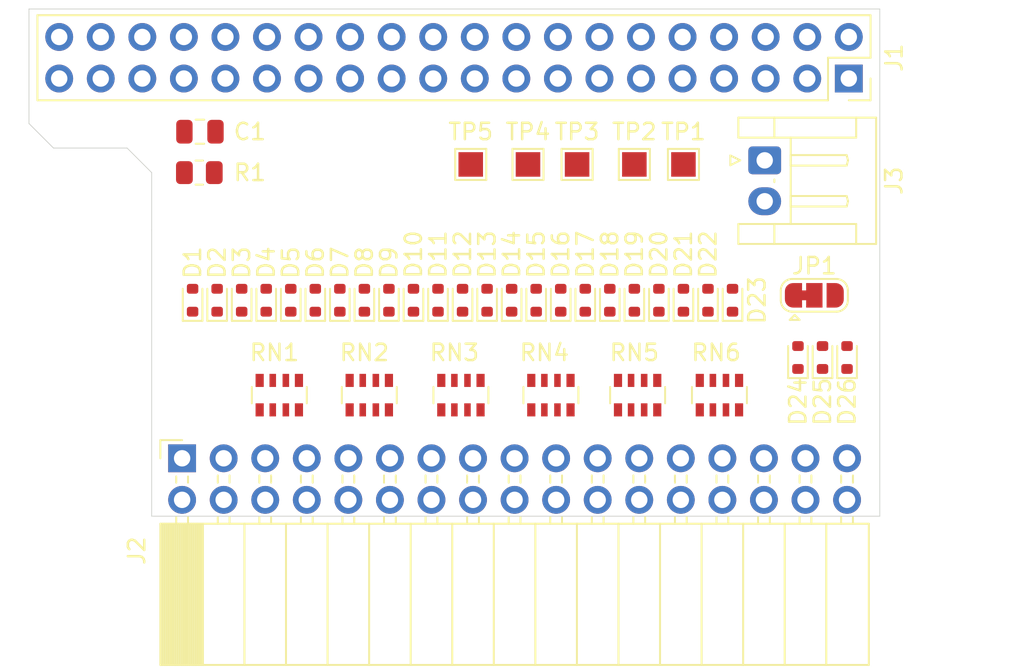
<source format=kicad_pcb>
(kicad_pcb (version 20240108) (generator "pcbnew") (generator_version "8.0")
  (layers (0 "F.Cu" signal) (31 "B.Cu" signal) (34 "B.Paste" user) (35 "F.Paste" user) (36 "B.SilkS" user "B.Silkscreen") (37 "F.SilkS" user "F.Silkscreen") (38 "B.Mask" user) (39 "F.Mask" user) (44 "Edge.Cuts" user))
  (net 0 "")
  (net 1 "GPIO_13")
  (net 2 "Net-(C1-Pad1)")
  (net 3 "Net-(D1-K)")
  (net 4 "GPIO_10")
  (net 5 "GPIO_27")
  (net 6 "GPIO_11")
  (net 7 "GPIO_12")
  (net 8 "GPIO_24")
  (net 9 "GPIO_25")
  (net 10 "GPIO_26")
  (net 11 "GPIO_2")
  (net 12 "GPIO_3")
  (net 13 "GPIO_4")
  (net 14 "GPIO_5")
  (net 15 "GPIO_6")
  (net 16 "GPIO_7")
  (net 17 "GPIO_8")
  (net 18 "GPIO_9")
  (net 19 "GPIO_16")
  (net 20 "GPIO_17")
  (net 21 "GPIO_18")
  (net 22 "GPIO_19")
  (net 23 "GPIO_20")
  (net 24 "GPIO_21")
  (net 25 "GPIO_22")
  (net 26 "GPIO_23")
  (net 27 "Net-(D24-A)")
  (net 28 "Net-(D24-K)")
  (net 29 "Net-(D25-K)")
  (net 30 "GND")
  (net 31 "+5V")
  (net 32 "ID_SC")
  (net 33 "+3V3")
  (net 34 "TxD")
  (net 35 "ID_SD")
  (net 36 "RxD")
  (net 37 "A3")
  (net 38 "D0")
  (net 39 "A0")
  (net 40 "A7")
  (net 41 "D1")
  (net 42 "~{PCFC}")
  (net 43 "D6")
  (net 44 "D4")
  (net 45 "R{slash}~{W}")
  (net 46 "~{NMI}")
  (net 47 "D7")
  (net 48 "~{IRQ}")
  (net 49 "D2")
  (net 50 "A1")
  (net 51 "A6")
  (net 52 "~{RST}")
  (net 53 "D5")
  (net 54 "A2")
  (net 55 "1MHz")
  (net 56 "Audio")
  (net 57 "A5")
  (net 58 "~{PCFD}")
  (net 59 "D3")
  (net 60 "A4")
  (net 61 "Net-(RN2-R4.2)")
  (footprint "Diode_SMD:D_SOD-523" (layer "F.Cu") (at 82 98.3 90)
    (property "Reference" "D4" (at 2.3 0 90) (layer "F.SilkS"))
    (property "Value" "1N4148WT")
    (pad "1" smd roundrect (at -0.7 0 270) (size 0.6 0.7) (layers "F.Cu" "F.Paste" "F.Mask") (net 3 "Net-(D1-K)"))
    (pad "2" smd roundrect (at 0.7 0 270) (size 0.6 0.7) (layers "F.Cu" "F.Paste" "F.Mask") (net 7 "GPIO_12"))
  )
  (footprint "Diode_SMD:D_SOD-523" (layer "F.Cu") (at 110.5 98.3 90)
    (property "Reference" "D23" (at 0 1.5 90) (layer "F.SilkS"))
    (property "Value" "1N4148WT")
    (pad "1" smd roundrect (at -0.7 0 270) (size 0.6 0.7) (layers "F.Cu" "F.Paste" "F.Mask") (net 3 "Net-(D1-K)"))
    (pad "2" smd roundrect (at 0.7 0 270) (size 0.6 0.7) (layers "F.Cu" "F.Paste" "F.Mask") (net 26 "GPIO_23"))
  )
  (footprint "Diode_SMD:D_SOD-523" (layer "F.Cu") (at 83.5 98.3 90)
    (property "Reference" "D5" (at 2.3 0 90) (layer "F.SilkS"))
    (property "Value" "1N4148WT")
    (pad "1" smd roundrect (at -0.7 0 270) (size 0.6 0.7) (layers "F.Cu" "F.Paste" "F.Mask") (net 3 "Net-(D1-K)"))
    (pad "2" smd roundrect (at 0.7 0 270) (size 0.6 0.7) (layers "F.Cu" "F.Paste" "F.Mask") (net 8 "GPIO_24"))
  )
  (footprint "Diode_SMD:D_SOD-523" (layer "F.Cu") (at 107.5 98.3 90)
    (property "Reference" "D21" (at 2.8 0 90) (layer "F.SilkS"))
    (property "Value" "1N4148WT")
    (pad "1" smd roundrect (at -0.7 0 270) (size 0.6 0.7) (layers "F.Cu" "F.Paste" "F.Mask") (net 3 "Net-(D1-K)"))
    (pad "2" smd roundrect (at 0.7 0 270) (size 0.6 0.7) (layers "F.Cu" "F.Paste" "F.Mask") (net 24 "GPIO_21"))
  )
  (footprint "Diode_SMD:D_SOD-523" (layer "F.Cu") (at 92.5 98.3 90)
    (property "Reference" "D11" (at 2.8 0 90) (layer "F.SilkS"))
    (property "Value" "1N4148WT")
    (pad "1" smd roundrect (at -0.7 0 270) (size 0.6 0.7) (layers "F.Cu" "F.Paste" "F.Mask") (net 3 "Net-(D1-K)"))
    (pad "2" smd roundrect (at 0.7 0 270) (size 0.6 0.7) (layers "F.Cu" "F.Paste" "F.Mask") (net 14 "GPIO_5"))
  )
  (footprint "Diode_SMD:D_SOD-523" (layer "F.Cu") (at 116 101.8 90)
    (property "Reference" "D25" (at -2.7 0 90) (layer "F.SilkS"))
    (property "Value" "1N4148WT")
    (pad "1" smd roundrect (at -0.7 0 270) (size 0.6 0.7) (layers "F.Cu" "F.Paste" "F.Mask") (net 29 "Net-(D25-K)"))
    (pad "2" smd roundrect (at 0.7 0 270) (size 0.6 0.7) (layers "F.Cu" "F.Paste" "F.Mask") (net 28 "Net-(D24-K)"))
  )
  (footprint "Diode_SMD:D_SOD-523" (layer "F.Cu") (at 100 98.3 90)
    (property "Reference" "D16" (at 2.8 0 90) (layer "F.SilkS"))
    (property "Value" "1N4148WT")
    (pad "1" smd roundrect (at -0.7 0 270) (size 0.6 0.7) (layers "F.Cu" "F.Paste" "F.Mask") (net 3 "Net-(D1-K)"))
    (pad "2" smd roundrect (at 0.7 0 270) (size 0.6 0.7) (layers "F.Cu" "F.Paste" "F.Mask") (net 19 "GPIO_16"))
  )
  (footprint "TestPoint:TestPoint_Pad_1.5x1.5mm" (layer "F.Cu") (at 98 90)
    (property "Reference" "TP4" (at 0 -2 0) (layer "F.SilkS"))
    (property "Value" "ID_SD")
    (pad "1" smd rect (at 0 0) (size 1.5 1.5) (layers "F.Cu" "F.Mask") (net 35 "ID_SD"))
  )
  (footprint "Diode_SMD:D_SOD-523" (layer "F.Cu") (at 101.5 98.3 90)
    (property "Reference" "D17" (at 2.8 0 90) (layer "F.SilkS"))
    (property "Value" "1N4148WT")
    (pad "1" smd roundrect (at -0.7 0 270) (size 0.6 0.7) (layers "F.Cu" "F.Paste" "F.Mask") (net 3 "Net-(D1-K)"))
    (pad "2" smd roundrect (at 0.7 0 270) (size 0.6 0.7) (layers "F.Cu" "F.Paste" "F.Mask") (net 20 "GPIO_17"))
  )
  (footprint "Diode_SMD:D_SOD-523" (layer "F.Cu") (at 94 98.3 90)
    (property "Reference" "D12" (at 2.8 0 90) (layer "F.SilkS"))
    (property "Value" "1N4148WT")
    (pad "1" smd roundrect (at -0.7 0 270) (size 0.6 0.7) (layers "F.Cu" "F.Paste" "F.Mask") (net 3 "Net-(D1-K)"))
    (pad "2" smd roundrect (at 0.7 0 270) (size 0.6 0.7) (layers "F.Cu" "F.Paste" "F.Mask") (net 15 "GPIO_6"))
  )
  (footprint "Capacitor_SMD:C_0805_2012Metric" (layer "F.Cu") (at 77.95 88 180)
    (property "Reference" "C1" (at -3.05 0 360) (layer "F.SilkS"))
    (property "Value" "100nF")
    (pad "1" smd roundrect (at -0.95 0 180) (size 1 1.45) (layers "F.Cu" "F.Paste" "F.Mask") (net 2 "Net-(C1-Pad1)"))
    (pad "2" smd roundrect (at 0.95 0 180) (size 1 1.45) (layers "F.Cu" "F.Paste" "F.Mask") (net 1 "GPIO_13"))
  )
  (footprint "Connector_PinSocket_2.54mm:PinSocket_2x17_P2.54mm_Horizontal" (layer "F.Cu") (at 76.86 107.96 90)
    (property "Reference" "J2" (at -5.65 -2.77 90) (layer "F.SilkS"))
    (property "Value" "1MHz Bus")
    (pad "1" thru_hole rect (at 0 0 90) (size 1.7 1.7) (drill 1) (layers "*.Cu" "*.Mask") (net 30 "GND"))
    (pad "2" thru_hole oval (at -2.54 0 90) (size 1.7 1.7) (drill 1) (layers "*.Cu" "*.Mask") (net 45 "R{slash}~{W}"))
    (pad "3" thru_hole oval (at 0 2.54 90) (size 1.7 1.7) (drill 1) (layers "*.Cu" "*.Mask") (net 30 "GND"))
    (pad "4" thru_hole oval (at -2.54 2.54 90) (size 1.7 1.7) (drill 1) (layers "*.Cu" "*.Mask") (net 55 "1MHz"))
    (pad "5" thru_hole oval (at 0 5.08 90) (size 1.7 1.7) (drill 1) (layers "*.Cu" "*.Mask") (net 30 "GND"))
    (pad "6" thru_hole oval (at -2.54 5.08 90) (size 1.7 1.7) (drill 1) (layers "*.Cu" "*.Mask") (net 46 "~{NMI}"))
    (pad "7" thru_hole oval (at 0 7.62 90) (size 1.7 1.7) (drill 1) (layers "*.Cu" "*.Mask") (net 30 "GND"))
    (pad "8" thru_hole oval (at -2.54 7.62 90) (size 1.7 1.7) (drill 1) (layers "*.Cu" "*.Mask") (net 48 "~{IRQ}"))
    (pad "9" thru_hole oval (at 0 10.16 90) (size 1.7 1.7) (drill 1) (layers "*.Cu" "*.Mask") (net 30 "GND"))
    (pad "10" thru_hole oval (at -2.54 10.16 90) (size 1.7 1.7) (drill 1) (layers "*.Cu" "*.Mask") (net 42 "~{PCFC}"))
    (pad "11" thru_hole oval (at 0 12.7 90) (size 1.7 1.7) (drill 1) (layers "*.Cu" "*.Mask") (net 30 "GND"))
    (pad "12" thru_hole oval (at -2.54 12.7 90) (size 1.7 1.7) (drill 1) (layers "*.Cu" "*.Mask") (net 58 "~{PCFD}"))
    (pad "13" thru_hole oval (at 0 15.24 90) (size 1.7 1.7) (drill 1) (layers "*.Cu" "*.Mask") (net 30 "GND"))
    (pad "14" thru_hole oval (at -2.54 15.24 90) (size 1.7 1.7) (drill 1) (layers "*.Cu" "*.Mask") (net 52 "~{RST}"))
    (pad "15" thru_hole oval (at 0 17.78 90) (size 1.7 1.7) (drill 1) (layers "*.Cu" "*.Mask") (net 30 "GND"))
    (pad "16" thru_hole oval (at -2.54 17.78 90) (size 1.7 1.7) (drill 1) (layers "*.Cu" "*.Mask") (net 56 "Audio"))
    (pad "17" thru_hole oval (at 0 20.32 90) (size 1.7 1.7) (drill 1) (layers "*.Cu" "*.Mask") (net 30 "GND"))
    (pad "18" thru_hole oval (at -2.54 20.32 90) (size 1.7 1.7) (drill 1) (layers "*.Cu" "*.Mask") (net 38 "D0"))
    (pad "19" thru_hole oval (at 0 22.86 90) (size 1.7 1.7) (drill 1) (layers "*.Cu" "*.Mask") (net 41 "D1"))
    (pad "20" thru_hole oval (at -2.54 22.86 90) (size 1.7 1.7) (drill 1) (layers "*.Cu" "*.Mask") (net 49 "D2"))
    (pad "21" thru_hole oval (at 0 25.4 90) (size 1.7 1.7) (drill 1) (layers "*.Cu" "*.Mask") (net 59 "D3"))
    (pad "22" thru_hole oval (at -2.54 25.4 90) (size 1.7 1.7) (drill 1) (layers "*.Cu" "*.Mask") (net 44 "D4"))
    (pad "23" thru_hole oval (at 0 27.94 90) (size 1.7 1.7) (drill 1) (layers "*.Cu" "*.Mask") (net 53 "D5"))
    (pad "24" thru_hole oval (at -2.54 27.94 90) (size 1.7 1.7) (drill 1) (layers "*.Cu" "*.Mask") (net 43 "D6"))
    (pad "25" thru_hole oval (at 0 30.48 90) (size 1.7 1.7) (drill 1) (layers "*.Cu" "*.Mask") (net 47 "D7"))
    (pad "26" thru_hole oval (at -2.54 30.48 90) (size 1.7 1.7) (drill 1) (layers "*.Cu" "*.Mask") (net 30 "GND"))
    (pad "27" thru_hole oval (at 0 33.02 90) (size 1.7 1.7) (drill 1) (layers "*.Cu" "*.Mask") (net 39 "A0"))
    (pad "28" thru_hole oval (at -2.54 33.02 90) (size 1.7 1.7) (drill 1) (layers "*.Cu" "*.Mask") (net 50 "A1"))
    (pad "29" thru_hole oval (at 0 35.56 90) (size 1.7 1.7) (drill 1) (layers "*.Cu" "*.Mask") (net 54 "A2"))
    (pad "30" thru_hole oval (at -2.54 35.56 90) (size 1.7 1.7) (drill 1) (layers "*.Cu" "*.Mask") (net 37 "A3"))
    (pad "31" thru_hole oval (at 0 38.1 90) (size 1.7 1.7) (drill 1) (layers "*.Cu" "*.Mask") (net 60 "A4"))
    (pad "32" thru_hole oval (at -2.54 38.1 90) (size 1.7 1.7) (drill 1) (layers "*.Cu" "*.Mask") (net 57 "A5"))
    (pad "33" thru_hole oval (at 0 40.64 90) (size 1.7 1.7) (drill 1) (layers "*.Cu" "*.Mask") (net 51 "A6"))
    (pad "34" thru_hole oval (at -2.54 40.64 90) (size 1.7 1.7) (drill 1) (layers "*.Cu" "*.Mask") (net 40 "A7"))
  )
  (footprint "Resistor_SMD:R_Array_Convex_4x0603" (layer "F.Cu") (at 93.9 104.1 90)
    (property "Reference" "RN3" (at 2.6 -0.4 180) (layer "F.SilkS"))
    (property "Value" "100R")
    (pad "1" smd rect (at -0.9 -1.2 90) (size 0.8 0.5) (layers "F.Cu" "F.Paste" "F.Mask") (net 38 "D0"))
    (pad "2" smd rect (at -0.9 -0.4 90) (size 0.8 0.4) (layers "F.Cu" "F.Paste" "F.Mask") (net 41 "D1"))
    (pad "3" smd rect (at -0.9 0.4 90) (size 0.8 0.4) (layers "F.Cu" "F.Paste" "F.Mask") (net 49 "D2"))
    (pad "4" smd rect (at -0.9 1.2 90) (size 0.8 0.5) (layers "F.Cu" "F.Paste" "F.Mask") (net 59 "D3"))
    (pad "5" smd rect (at 0.9 1.2 90) (size 0.8 0.5) (layers "F.Cu" "F.Paste" "F.Mask") (net 14 "GPIO_5"))
    (pad "6" smd rect (at 0.9 0.4 90) (size 0.8 0.4) (layers "F.Cu" "F.Paste" "F.Mask") (net 13 "GPIO_4"))
    (pad "7" smd rect (at 0.9 -0.4 90) (size 0.8 0.4) (layers "F.Cu" "F.Paste" "F.Mask") (net 12 "GPIO_3"))
    (pad "8" smd rect (at 0.9 -1.2 90) (size 0.8 0.5) (layers "F.Cu" "F.Paste" "F.Mask") (net 11 "GPIO_2"))
  )
  (footprint "Resistor_SMD:R_Array_Convex_4x0603" (layer "F.Cu") (at 88.3 104.1 90)
    (property "Reference" "RN2" (at 2.6 -0.3 180) (layer "F.SilkS"))
    (property "Value" "100R")
    (pad "1" smd rect (at -0.9 -1.2 90) (size 0.8 0.5) (layers "F.Cu" "F.Paste" "F.Mask") (net 42 "~{PCFC}"))
    (pad "2" smd rect (at -0.9 -0.4 90) (size 0.8 0.4) (layers "F.Cu" "F.Paste" "F.Mask") (net 58 "~{PCFD}"))
    (pad "3" smd rect (at -0.9 0.4 90) (size 0.8 0.4) (layers "F.Cu" "F.Paste" "F.Mask") (net 52 "~{RST}"))
    (pad "4" smd rect (at -0.9 1.2 90) (size 0.8 0.5) (layers "F.Cu" "F.Paste" "F.Mask") (net 56 "Audio"))
    (pad "5" smd rect (at 0.9 1.2 90) (size 0.8 0.5) (layers "F.Cu" "F.Paste" "F.Mask") (net 61 "Net-(RN2-R4.2)"))
    (pad "6" smd rect (at 0.9 0.4 90) (size 0.8 0.4) (layers "F.Cu" "F.Paste" "F.Mask") (net 10 "GPIO_26"))
    (pad "7" smd rect (at 0.9 -0.4 90) (size 0.8 0.4) (layers "F.Cu" "F.Paste" "F.Mask") (net 9 "GPIO_25"))
    (pad "8" smd rect (at 0.9 -1.2 90) (size 0.8 0.5) (layers "F.Cu" "F.Paste" "F.Mask") (net 8 "GPIO_24"))
  )
  (footprint "Diode_SMD:D_SOD-523" (layer "F.Cu") (at 114.5 101.8 90)
    (property "Reference" "D24" (at -2.7 0 90) (layer "F.SilkS"))
    (property "Value" "1N4148WT")
    (pad "1" smd roundrect (at -0.7 0 270) (size 0.6 0.7) (layers "F.Cu" "F.Paste" "F.Mask") (net 28 "Net-(D24-K)"))
    (pad "2" smd roundrect (at 0.7 0 270) (size 0.6 0.7) (layers "F.Cu" "F.Paste" "F.Mask") (net 27 "Net-(D24-A)"))
  )
  (footprint "Diode_SMD:D_SOD-523" (layer "F.Cu") (at 77.5 98.3 90)
    (property "Reference" "D1" (at 2.3 0 90) (layer "F.SilkS"))
    (property "Value" "1N4148WT")
    (pad "1" smd roundrect (at -0.7 0 270) (size 0.6 0.7) (layers "F.Cu" "F.Paste" "F.Mask") (net 3 "Net-(D1-K)"))
    (pad "2" smd roundrect (at 0.7 0 270) (size 0.6 0.7) (layers "F.Cu" "F.Paste" "F.Mask") (net 4 "GPIO_10"))
  )
  (footprint "Diode_SMD:D_SOD-523" (layer "F.Cu") (at 80.5 98.3 90)
    (property "Reference" "D3" (at 2.3 0 90) (layer "F.SilkS"))
    (property "Value" "1N4148WT")
    (pad "1" smd roundrect (at -0.7 0 270) (size 0.6 0.7) (layers "F.Cu" "F.Paste" "F.Mask") (net 3 "Net-(D1-K)"))
    (pad "2" smd roundrect (at 0.7 0 270) (size 0.6 0.7) (layers "F.Cu" "F.Paste" "F.Mask") (net 6 "GPIO_11"))
  )
  (footprint "Diode_SMD:D_SOD-523" (layer "F.Cu") (at 109 98.3 90)
    (property "Reference" "D22" (at 2.8 0 90) (layer "F.SilkS"))
    (property "Value" "1N4148WT")
    (pad "1" smd roundrect (at -0.7 0 270) (size 0.6 0.7) (layers "F.Cu" "F.Paste" "F.Mask") (net 3 "Net-(D1-K)"))
    (pad "2" smd roundrect (at 0.7 0 270) (size 0.6 0.7) (layers "F.Cu" "F.Paste" "F.Mask") (net 25 "GPIO_22"))
  )
  (footprint "Resistor_SMD:R_Array_Convex_4x0603" (layer "F.Cu") (at 109.7 104.1 90)
    (property "Reference" "RN6" (at 2.6 -0.2 0) (layer "F.SilkS"))
    (property "Value" "100R")
    (pad "1" smd rect (at -0.9 -1.2 90) (size 0.8 0.5) (layers "F.Cu" "F.Paste" "F.Mask") (net 60 "A4"))
    (pad "2" smd rect (at -0.9 -0.4 90) (size 0.8 0.4) (layers "F.Cu" "F.Paste" "F.Mask") (net 57 "A5"))
    (pad "3" smd rect (at -0.9 0.4 90) (size 0.8 0.4) (layers "F.Cu" "F.Paste" "F.Mask") (net 51 "A6"))
    (pad "4" smd rect (at -0.9 1.2 90) (size 0.8 0.5) (layers "F.Cu" "F.Paste" "F.Mask") (net 40 "A7"))
    (pad "5" smd rect (at 0.9 1.2 90) (size 0.8 0.5) (layers "F.Cu" "F.Paste" "F.Mask") (net 26 "GPIO_23"))
    (pad "6" smd rect (at 0.9 0.4 90) (size 0.8 0.4) (layers "F.Cu" "F.Paste" "F.Mask") (net 25 "GPIO_22"))
    (pad "7" smd rect (at 0.9 -0.4 90) (size 0.8 0.4) (layers "F.Cu" "F.Paste" "F.Mask") (net 24 "GPIO_21"))
    (pad "8" smd rect (at 0.9 -1.2 90) (size 0.8 0.5) (layers "F.Cu" "F.Paste" "F.Mask") (net 23 "GPIO_20"))
  )
  (footprint "Diode_SMD:D_SOD-523" (layer "F.Cu") (at 117.5 101.8 90)
    (property "Reference" "D26" (at -2.7 0 90) (layer "F.SilkS"))
    (property "Value" "1N4148WT")
    (pad "1" smd roundrect (at -0.7 0 270) (size 0.6 0.7) (layers "F.Cu" "F.Paste" "F.Mask") (net 30 "GND"))
    (pad "2" smd roundrect (at 0.7 0 270) (size 0.6 0.7) (layers "F.Cu" "F.Paste" "F.Mask") (net 29 "Net-(D25-K)"))
  )
  (footprint "Diode_SMD:D_SOD-523" (layer "F.Cu") (at 97 98.3 90)
    (property "Reference" "D14" (at 2.8 0 90) (layer "F.SilkS"))
    (property "Value" "1N4148WT")
    (pad "1" smd roundrect (at -0.7 0 270) (size 0.6 0.7) (layers "F.Cu" "F.Paste" "F.Mask") (net 3 "Net-(D1-K)"))
    (pad "2" smd roundrect (at 0.7 0 270) (size 0.6 0.7) (layers "F.Cu" "F.Paste" "F.Mask") (net 17 "GPIO_8"))
  )
  (footprint "Resistor_SMD:R_Array_Convex_4x0603" (layer "F.Cu") (at 99.4 104.1 90)
    (property "Reference" "RN4" (at 2.6 -0.4 0) (layer "F.SilkS"))
    (property "Value" "100R")
    (pad "1" smd rect (at -0.9 -1.2 90) (size 0.8 0.5) (layers "F.Cu" "F.Paste" "F.Mask") (net 44 "D4"))
    (pad "2" smd rect (at -0.9 -0.4 90) (size 0.8 0.4) (layers "F.Cu" "F.Paste" "F.Mask") (net 53 "D5"))
    (pad "3" smd rect (at -0.9 0.4 90) (size 0.8 0.4) (layers "F.Cu" "F.Paste" "F.Mask") (net 43 "D6"))
    (pad "4" smd rect (at -0.9 1.2 90) (size 0.8 0.5) (layers "F.Cu" "F.Paste" "F.Mask") (net 47 "D7"))
    (pad "5" smd rect (at 0.9 1.2 90) (size 0.8 0.5) (layers "F.Cu" "F.Paste" "F.Mask") (net 18 "GPIO_9"))
    (pad "6" smd rect (at 0.9 0.4 90) (size 0.8 0.4) (layers "F.Cu" "F.Paste" "F.Mask") (net 17 "GPIO_8"))
    (pad "7" smd rect (at 0.9 -0.4 90) (size 0.8 0.4) (layers "F.Cu" "F.Paste" "F.Mask") (net 16 "GPIO_7"))
    (pad "8" smd rect (at 0.9 -1.2 90) (size 0.8 0.5) (layers "F.Cu" "F.Paste" "F.Mask") (net 15 "GPIO_6"))
  )
  (footprint "Diode_SMD:D_SOD-523" (layer "F.Cu") (at 91 98.3 90)
    (property "Reference" "D10" (at 2.8 0 90) (layer "F.SilkS"))
    (property "Value" "1N4148WT")
    (pad "1" smd roundrect (at -0.7 0 270) (size 0.6 0.7) (layers "F.Cu" "F.Paste" "F.Mask") (net 3 "Net-(D1-K)"))
    (pad "2" smd roundrect (at 0.7 0 270) (size 0.6 0.7) (layers "F.Cu" "F.Paste" "F.Mask") (net 13 "GPIO_4"))
  )
  (footprint "TestPoint:TestPoint_Pad_1.5x1.5mm" (layer "F.Cu") (at 94.5 90)
    (property "Reference" "TP5" (at 0 -2 0) (layer "F.SilkS"))
    (property "Value" "Gnd")
    (pad "1" smd rect (at 0 0) (size 1.5 1.5) (layers "F.Cu" "F.Mask") (net 30 "GND"))
  )
  (footprint "Connector_PinSocket_2.54mm:PinSocket_2x20_P2.54mm_Vertical" (layer "F.Cu") (at 117.6075 84.75 -90)
    (property "Reference" "J1" (at -1.27 -2.77 90) (layer "F.SilkS"))
    (property "Value" "RPi_GPIO")
    (pad "1" thru_hole rect (at 0 0 270) (size 1.7 1.7) (drill 1) (layers "*.Cu" "*.Mask") (net 33 "+3V3"))
    (pad "2" thru_hole oval (at -2.54 0 270) (size 1.7 1.7) (drill 1) (layers "*.Cu" "*.Mask") (net 31 "+5V"))
    (pad "3" thru_hole oval (at 0 2.54 270) (size 1.7 1.7) (drill 1) (layers "*.Cu" "*.Mask") (net 11 "GPIO_2"))
    (pad "4" thru_hole oval (at -2.54 2.54 270) (size 1.7 1.7) (drill 1) (layers "*.Cu" "*.Mask") (net 31 "+5V"))
    (pad "5" thru_hole oval (at 0 5.08 270) (size 1.7 1.7) (drill 1) (layers "*.Cu" "*.Mask") (net 12 "GPIO_3"))
    (pad "6" thru_hole oval (at -2.54 5.08 270) (size 1.7 1.7) (drill 1) (layers "*.Cu" "*.Mask") (net 30 "GND"))
    (pad "7" thru_hole oval (at 0 7.62 270) (size 1.7 1.7) (drill 1) (layers "*.Cu" "*.Mask") (net 13 "GPIO_4"))
    (pad "8" thru_hole oval (at -2.54 7.62 270) (size 1.7 1.7) (drill 1) (layers "*.Cu" "*.Mask") (net 34 "TxD"))
    (pad "9" thru_hole oval (at 0 10.16 270) (size 1.7 1.7) (drill 1) (layers "*.Cu" "*.Mask") (net 30 "GND"))
    (pad "10" thru_hole oval (at -2.54 10.16 270) (size 1.7 1.7) (drill 1) (layers "*.Cu" "*.Mask") (net 36 "RxD"))
    (pad "11" thru_hole oval (at 0 12.7 270) (size 1.7 1.7) (drill 1) (layers "*.Cu" "*.Mask") (net 20 "GPIO_17"))
    (pad "12" thru_hole oval (at -2.54 12.7 270) (size 1.7 1.7) (drill 1) (layers "*.Cu" "*.Mask") (net 21 "GPIO_18"))
    (pad "13" thru_hole oval (at 0 15.24 270) (size 1.7 1.7) (drill 1) (layers "*.Cu" "*.Mask") (net 5 "GPIO_27"))
    (pad "14" thru_hole oval (at -2.54 15.24 270) (size 1.7 1.7) (drill 1) (layers "*.Cu" "*.Mask") (net 30 "GND"))
    (pad "15" thru_hole oval (at 0 17.78 270) (size 1.7 1.7) (drill 1) (layers "*.Cu" "*.Mask") (net 25 "GPIO_22"))
    (pad "16" thru_hole oval (at -2.54 17.78 270) (size 1.7 1.7) (drill 1) (layers "*.Cu" "*.Mask") (net 26 "GPIO_23"))
    (pad "17" thru_hole oval (at 0 20.32 270) (size 1.7 1.7) (drill 1) (layers "*.Cu" "*.Mask") (net 33 "+3V3"))
    (pad "18" thru_hole oval (at -2.54 20.32 270) (size 1.7 1.7) (drill 1) (layers "*.Cu" "*.Mask") (net 8 "GPIO_24"))
    (pad "19" thru_hole oval (at 0 22.86 270) (size 1.7 1.7) (drill 1) (layers "*.Cu" "*.Mask") (net 4 "GPIO_10"))
    (pad "20" thru_hole oval (at -2.54 22.86 270) (size 1.7 1.7) (drill 1) (layers "*.Cu" "*.Mask") (net 30 "GND"))
    (pad "21" thru_hole oval (at 0 25.4 270) (size 1.7 1.7) (drill 1) (layers "*.Cu" "*.Mask") (net 18 "GPIO_9"))
    (pad "22" thru_hole oval (at -2.54 25.4 270) (size 1.7 1.7) (drill 1) (layers "*.Cu" "*.Mask") (net 9 "GPIO_25"))
    (pad "23" thru_hole oval (at 0 27.94 270) (size 1.7 1.7) (drill 1) (layers "*.Cu" "*.Mask") (net 6 "GPIO_11"))
    (pad "24" thru_hole oval (at -2.54 27.94 270) (size 1.7 1.7) (drill 1) (layers "*.Cu" "*.Mask") (net 17 "GPIO_8"))
    (pad "25" thru_hole oval (at 0 30.48 270) (size 1.7 1.7) (drill 1) (layers "*.Cu" "*.Mask") (net 30 "GND"))
    (pad "26" thru_hole oval (at -2.54 30.48 270) (size 1.7 1.7) (drill 1) (layers "*.Cu" "*.Mask") (net 16 "GPIO_7"))
    (pad "27" thru_hole oval (at 0 33.02 270) (size 1.7 1.7) (drill 1) (layers "*.Cu" "*.Mask") (net 35 "ID_SD"))
    (pad "28" thru_hole oval (at -2.54 33.02 270) (size 1.7 1.7) (drill 1) (layers "*.Cu" "*.Mask") (net 32 "ID_SC"))
    (pad "29" thru_hole oval (at 0 35.56 270) (size 1.7 1.7) (drill 1) (layers "*.Cu" "*.Mask") (net 14 "GPIO_5"))
    (pad "30" thru_hole oval (at -2.54 35.56 270) (size 1.7 1.7) (drill 1) (layers "*.Cu" "*.Mask") (net 30 "GND"))
    (pad "31" thru_hole oval (at 0 38.1 270) (size 1.7 1.7) (drill 1) (layers "*.Cu" "*.Mask") (net 15 "GPIO_6"))
    (pad "32" thru_hole oval (at -2.54 38.1 270) (size 1.7 1.7) (drill 1) (layers "*.Cu" "*.Mask") (net 7 "GPIO_12"))
    (pad "33" thru_hole oval (at 0 40.64 270) (size 1.7 1.7) (drill 1) (layers "*.Cu" "*.Mask") (net 1 "GPIO_13"))
    (pad "34" thru_hole oval (at -2.54 40.64 270) (size 1.7 1.7) (drill 1) (layers "*.Cu" "*.Mask") (net 30 "GND"))
    (pad "35" thru_hole oval (at 0 43.18 270) (size 1.7 1.7) (drill 1) (layers "*.Cu" "*.Mask") (net 22 "GPIO_19"))
    (pad "36" thru_hole oval (at -2.54 43.18 270) (size 1.7 1.7) (drill 1) (layers "*.Cu" "*.Mask") (net 19 "GPIO_16"))
    (pad "37" thru_hole oval (at 0 45.72 270) (size 1.7 1.7) (drill 1) (layers "*.Cu" "*.Mask") (net 10 "GPIO_26"))
    (pad "38" thru_hole oval (at -2.54 45.72 270) (size 1.7 1.7) (drill 1) (layers "*.Cu" "*.Mask") (net 23 "GPIO_20"))
    (pad "39" thru_hole oval (at 0 48.26 270) (size 1.7 1.7) (drill 1) (layers "*.Cu" "*.Mask") (net 30 "GND"))
    (pad "40" thru_hole oval (at -2.54 48.26 270) (size 1.7 1.7) (drill 1) (layers "*.Cu" "*.Mask") (net 24 "GPIO_21"))
  )
  (footprint "Diode_SMD:D_SOD-523" (layer "F.Cu") (at 89.5 98.3 90)
    (property "Reference" "D9" (at 2.3 0 90) (layer "F.SilkS"))
    (property "Value" "1N4148WT")
    (pad "1" smd roundrect (at -0.7 0 270) (size 0.6 0.7) (layers "F.Cu" "F.Paste" "F.Mask") (net 3 "Net-(D1-K)"))
    (pad "2" smd roundrect (at 0.7 0 270) (size 0.6 0.7) (layers "F.Cu" "F.Paste" "F.Mask") (net 12 "GPIO_3"))
  )
  (footprint "TestPoint:TestPoint_Pad_1.5x1.5mm" (layer "F.Cu") (at 104.5 90)
    (property "Reference" "TP2" (at 0 -2 0) (layer "F.SilkS"))
    (property "Value" "RxD")
    (pad "1" smd rect (at 0 0) (size 1.5 1.5) (layers "F.Cu" "F.Mask") (net 36 "RxD"))
  )
  (footprint "Diode_SMD:D_SOD-523" (layer "F.Cu") (at 79 98.3 90)
    (property "Reference" "D2" (at 2.3 0 90) (layer "F.SilkS"))
    (property "Value" "1N4148WT")
    (pad "1" smd roundrect (at -0.7 0 270) (size 0.6 0.7) (layers "F.Cu" "F.Paste" "F.Mask") (net 3 "Net-(D1-K)"))
    (pad "2" smd roundrect (at 0.7 0 270) (size 0.6 0.7) (layers "F.Cu" "F.Paste" "F.Mask") (net 5 "GPIO_27"))
  )
  (footprint "Resistor_SMD:R_Array_Convex_4x0603" (layer "F.Cu") (at 82.8 104.1 90)
    (property "Reference" "RN1" (at 2.6 -0.3 0) (layer "F.SilkS"))
    (property "Value" "100R")
    (pad "1" smd rect (at -0.9 -1.2 90) (size 0.8 0.5) (layers "F.Cu" "F.Paste" "F.Mask") (net 45 "R{slash}~{W}"))
    (pad "2" smd rect (at -0.9 -0.4 90) (size 0.8 0.4) (layers "F.Cu" "F.Paste" "F.Mask") (net 55 "1MHz"))
    (pad "3" smd rect (at -0.9 0.4 90) (size 0.8 0.4) (layers "F.Cu" "F.Paste" "F.Mask") (net 46 "~{NMI}"))
    (pad "4" smd rect (at -0.9 1.2 90) (size 0.8 0.5) (layers "F.Cu" "F.Paste" "F.Mask") (net 48 "~{IRQ}"))
    (pad "5" smd rect (at 0.9 1.2 90) (size 0.8 0.5) (layers "F.Cu" "F.Paste" "F.Mask") (net 7 "GPIO_12"))
    (pad "6" smd rect (at 0.9 0.4 90) (size 0.8 0.4) (layers "F.Cu" "F.Paste" "F.Mask") (net 6 "GPIO_11"))
    (pad "7" smd rect (at 0.9 -0.4 90) (size 0.8 0.4) (layers "F.Cu" "F.Paste" "F.Mask") (net 5 "GPIO_27"))
    (pad "8" smd rect (at 0.9 -1.2 90) (size 0.8 0.5) (layers "F.Cu" "F.Paste" "F.Mask") (net 4 "GPIO_10"))
  )
  (footprint "Resistor_SMD:R_0805_2012Metric" (layer "F.Cu") (at 77.9125 90.5 180)
    (property "Reference" "R1" (at -3.0875 0 360) (layer "F.SilkS"))
    (property "Value" "100R")
    (pad "1" smd roundrect (at -0.9125 0 180) (size 1.025 1.4) (layers "F.Cu" "F.Paste" "F.Mask") (roundrect_rratio 0.243902) (net 61 "Net-(RN2-R4.2)"))
    (pad "2" smd roundrect (at 0.9125 0 180) (size 1.025 1.4) (layers "F.Cu" "F.Paste" "F.Mask") (roundrect_rratio 0.243902) (net 2 "Net-(C1-Pad1)"))
  )
  (footprint "Diode_SMD:D_SOD-523" (layer "F.Cu") (at 88 98.3 90)
    (property "Reference" "D8" (at 2.3 0 90) (layer "F.SilkS"))
    (property "Value" "1N4148WT")
    (pad "1" smd roundrect (at -0.7 0 270) (size 0.6 0.7) (layers "F.Cu" "F.Paste" "F.Mask") (net 3 "Net-(D1-K)"))
    (pad "2" smd roundrect (at 0.7 0 270) (size 0.6 0.7) (layers "F.Cu" "F.Paste" "F.Mask") (net 11 "GPIO_2"))
  )
  (footprint "TestPoint:TestPoint_Pad_1.5x1.5mm" (layer "F.Cu") (at 101 90)
    (property "Reference" "TP3" (at 0 -2 0) (layer "F.SilkS"))
    (property "Value" "ID_SC")
    (pad "1" smd rect (at 0 0) (size 1.5 1.5) (layers "F.Cu" "F.Mask") (net 32 "ID_SC"))
  )
  (footprint "Resistor_SMD:R_Array_Convex_4x0603" (layer "F.Cu") (at 104.7 104.1 90)
    (property "Reference" "RN5" (at 2.6 -0.2 0) (layer "F.SilkS"))
    (property "Value" "100R")
    (pad "1" smd rect (at -0.9 -1.2 90) (size 0.8 0.5) (layers "F.Cu" "F.Paste" "F.Mask") (net 39 "A0"))
    (pad "2" smd rect (at -0.9 -0.4 90) (size 0.8 0.4) (layers "F.Cu" "F.Paste" "F.Mask") (net 50 "A1"))
    (pad "3" smd rect (at -0.9 0.4 90) (size 0.8 0.4) (layers "F.Cu" "F.Paste" "F.Mask") (net 54 "A2"))
    (pad "4" smd rect (at -0.9 1.2 90) (size 0.8 0.5) (layers "F.Cu" "F.Paste" "F.Mask") (net 37 "A3"))
    (pad "5" smd rect (at 0.9 1.2 90) (size 0.8 0.5) (layers "F.Cu" "F.Paste" "F.Mask") (net 22 "GPIO_19"))
    (pad "6" smd rect (at 0.9 0.4 90) (size 0.8 0.4) (layers "F.Cu" "F.Paste" "F.Mask") (net 21 "GPIO_18"))
    (pad "7" smd rect (at 0.9 -0.4 90) (size 0.8 0.4) (layers "F.Cu" "F.Paste" "F.Mask") (net 20 "GPIO_17"))
    (pad "8" smd rect (at 0.9 -1.2 90) (size 0.8 0.5) (layers "F.Cu" "F.Paste" "F.Mask") (net 19 "GPIO_16"))
  )
  (footprint "Diode_SMD:D_SOD-523" (layer "F.Cu") (at 95.5 98.3 90)
    (property "Reference" "D13" (at 2.8 0 90) (layer "F.SilkS"))
    (property "Value" "1N4148WT")
    (pad "1" smd roundrect (at -0.7 0 270) (size 0.6 0.7) (layers "F.Cu" "F.Paste" "F.Mask") (net 3 "Net-(D1-K)"))
    (pad "2" smd roundrect (at 0.7 0 270) (size 0.6 0.7) (layers "F.Cu" "F.Paste" "F.Mask") (net 16 "GPIO_7"))
  )
  (footprint "TestPoint:TestPoint_Pad_1.5x1.5mm" (layer "F.Cu") (at 107.5 90)
    (property "Reference" "TP1" (at 0 -2 0) (layer "F.SilkS"))
    (property "Value" "TxD")
    (pad "1" smd rect (at 0 0) (size 1.5 1.5) (layers "F.Cu" "F.Mask") (net 34 "TxD"))
  )
  (footprint "Diode_SMD:D_SOD-523" (layer "F.Cu") (at 85 98.3 90)
    (property "Reference" "D6" (at 2.3 0 90) (layer "F.SilkS"))
    (property "Value" "1N4148WT")
    (pad "1" smd roundrect (at -0.7 0 270) (size 0.6 0.7) (layers "F.Cu" "F.Paste" "F.Mask") (net 3 "Net-(D1-K)"))
    (pad "2" smd roundrect (at 0.7 0 270) (size 0.6 0.7) (layers "F.Cu" "F.Paste" "F.Mask") (net 9 "GPIO_25"))
  )
  (footprint "Connector_JST:JST_EH_S2B-EH_1x02_P2.50mm_Horizontal" (layer "F.Cu") (at 112.4675 89.75 -90)
    (property "Reference" "J3" (at 1.25 -7.9 90) (layer "F.SilkS"))
    (property "Value" "Power In")
    (pad "1" thru_hole roundrect (at 0 0 270) (size 1.7 2) (drill 1) (layers "*.Cu" "*.Mask") (roundrect_rratio 0.147059) (net 30 "GND"))
    (pad "2" thru_hole oval (at 2.5 0 270) (size 1.7 2) (drill 1) (layers "*.Cu" "*.Mask") (net 31 "+5V"))
  )
  (footprint "Diode_SMD:D_SOD-523" (layer "F.Cu") (at 106 98.3 90)
    (property "Reference" "D20" (at 2.8 0 90) (layer "F.SilkS"))
    (property "Value" "1N4148WT")
    (pad "1" smd roundrect (at -0.7 0 270) (size 0.6 0.7) (layers "F.Cu" "F.Paste" "F.Mask") (net 3 "Net-(D1-K)"))
    (pad "2" smd roundrect (at 0.7 0 270) (size 0.6 0.7) (layers "F.Cu" "F.Paste" "F.Mask") (net 23 "GPIO_20"))
  )
  (footprint "Jumper:SolderJumper-3_P1.3mm_Bridged12_RoundedPad1.0x1.5mm" (layer "F.Cu") (at 115.5 98)
    (property "Reference" "JP1" (at 0 -1.8 0) (layer "F.SilkS"))
    (property "Value" "RPi3B+ Fix")
    (fp_poly (pts (xy -0.9 -0.3) (xy -0.4 -0.3) (xy -0.4 0.3) (xy -0.9 0.3)) (fill solid) (layer "F.Cu"))
    (pad "1" smd custom (at -1.3 0) (size 1 0.5) (layers "F.Cu" "F.Mask") (net 3 "Net-(D1-K)") (options (clearance outline) (anchor rect)) (primitives (gr_circle (center 0 0.25) (end 0.5 0.25) (width 0) (fill yes)) (gr_circle (center 0 -0.25) (end 0.5 -0.25) (width 0) (fill yes)) (gr_poly (pts (xy 0.55 0.75) (xy 0 0.75) (xy 0 -0.75) (xy 0.55 -0.75)) (width 0) (fill yes))))
    (pad "2" smd rect (at 0 0) (size 1 1.5) (layers "F.Cu" "F.Mask") (net 33 "+3V3"))
    (pad "3" smd custom (at 1.3 0) (size 1 0.5) (layers "F.Cu" "F.Mask") (net 27 "Net-(D24-A)") (options (clearance outline) (anchor rect)) (primitives (gr_circle (center 0 0.25) (end 0.5 0.25) (width 0) (fill yes)) (gr_circle (center 0 -0.25) (end 0.5 -0.25) (width 0) (fill yes)) (gr_poly (pts (xy 0 0.75) (xy -0.55 0.75) (xy -0.55 -0.75) (xy 0 -0.75)) (width 0) (fill yes))))
  )
  (footprint "Diode_SMD:D_SOD-523" (layer "F.Cu") (at 103 98.3 90)
    (property "Reference" "D18" (at 2.8 0 90) (layer "F.SilkS"))
    (property "Value" "1N4148WT")
    (pad "1" smd roundrect (at -0.7 0 270) (size 0.6 0.7) (layers "F.Cu" "F.Paste" "F.Mask") (net 3 "Net-(D1-K)"))
    (pad "2" smd roundrect (at 0.7 0 270) (size 0.6 0.7) (layers "F.Cu" "F.Paste" "F.Mask") (net 21 "GPIO_18"))
  )
  (footprint "Diode_SMD:D_SOD-523" (layer "F.Cu") (at 86.5 98.3 90)
    (property "Reference" "D7" (at 2.3 0 90) (layer "F.SilkS"))
    (property "Value" "1N4148WT")
    (pad "1" smd roundrect (at -0.7 0 270) (size 0.6 0.7) (layers "F.Cu" "F.Paste" "F.Mask") (net 3 "Net-(D1-K)"))
    (pad "2" smd roundrect (at 0.7 0 270) (size 0.6 0.7) (layers "F.Cu" "F.Paste" "F.Mask") (net 10 "GPIO_26"))
  )
  (footprint "Diode_SMD:D_SOD-523" (layer "F.Cu") (at 98.5 98.3 90)
    (property "Reference" "D15" (at 2.8 0 90) (layer "F.SilkS"))
    (property "Value" "1N4148WT")
    (pad "1" smd roundrect (at -0.7 0 270) (size 0.6 0.7) (layers "F.Cu" "F.Paste" "F.Mask") (net 3 "Net-(D1-K)"))
    (pad "2" smd roundrect (at 0.7 0 270) (size 0.6 0.7) (layers "F.Cu" "F.Paste" "F.Mask") (net 18 "GPIO_9"))
  )
  (footprint "Diode_SMD:D_SOD-523" (layer "F.Cu") (at 104.5 98.3 90)
    (property "Reference" "D19" (at 2.8 0 90) (layer "F.SilkS"))
    (property "Value" "1N4148WT")
    (pad "1" smd roundrect (at -0.7 0 270) (size 0.6 0.7) (layers "F.Cu" "F.Paste" "F.Mask") (net 3 "Net-(D1-K)"))
    (pad "2" smd roundrect (at 0.7 0 270) (size 0.6 0.7) (layers "F.Cu" "F.Paste" "F.Mask") (net 22 "GPIO_19"))
  )
  (gr_line (start 119.5 80.5) (end 67.5 80.5) (stroke (width 0.05)) (layer "Edge.Cuts"))
  (gr_line (start 67.5 87.5) (end 69 89) (stroke (width 0.05)) (layer "Edge.Cuts"))
  (gr_line (start 75 90.5) (end 75 94) (stroke (width 0.05)) (layer "Edge.Cuts"))
  (gr_line (start 67.5 80.5) (end 67.5 87.5) (stroke (width 0.05)) (layer "Edge.Cuts"))
  (gr_line (start 69 89) (end 73.5 89) (stroke (width 0.05)) (layer "Edge.Cuts"))
  (gr_line (start 73.5 89) (end 75 90.5) (stroke (width 0.05)) (layer "Edge.Cuts"))
  (gr_line (start 75 111.5) (end 119.5 111.5) (stroke (width 0.05)) (layer "Edge.Cuts"))
  (gr_line (start 119.5 111.5) (end 119.5 80.5) (stroke (width 0.05)) (layer "Edge.Cuts"))
  (gr_line (start 75 111.5) (end 75 94) (stroke (width 0.05)) (layer "Edge.Cuts"))
)
</source>
